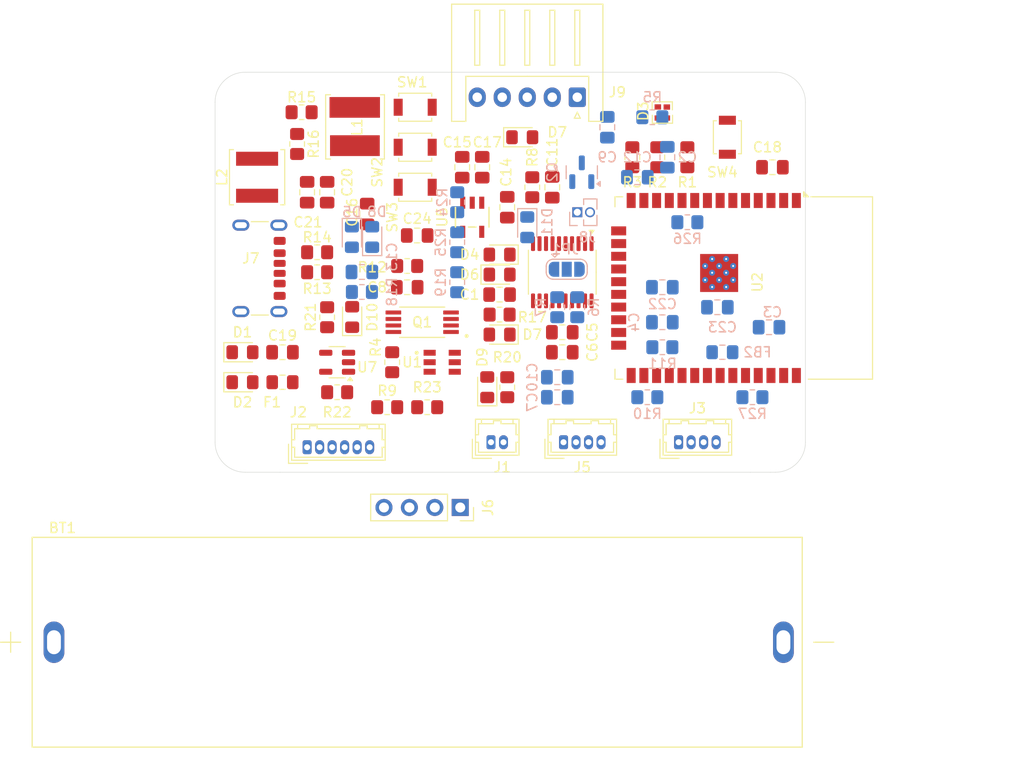
<source format=kicad_pcb>
(kicad_pcb (version 20240108) (generator "pcbnew") (generator_version "8.0")
  (layers (0 "F.Cu" signal) (31 "B.Cu" signal) (34 "B.Paste" user) (35 "F.Paste" user) (36 "B.SilkS" user "B.Silkscreen") (37 "F.SilkS" user "F.Silkscreen") (38 "B.Mask" user) (39 "F.Mask" user) (44 "Edge.Cuts" user))
  (net 0 "")
  (net 1 "Buzzer")
  (net 2 "Net-(D3-BK)")
  (net 3 "+3.3V")
  (net 4 "Net-(D3-RK)")
  (net 5 "Net-(D3-GK)")
  (net 6 "Net-(J7-CC2)")
  (net 7 "+5V")
  (net 8 "Net-(J3-Pin_3)")
  (net 12 "LED_Blue")
  (net 15 "LED_Green")
  (net 18 "LED_Red")
  (net 19 "Net-(U3-NRST)")
  (net 20 "Net-(JP1-A)")
  (net 22 "EN")
  (net 25 "SCL")
  (net 26 "Net-(J3-Pin_2)")
  (net 27 "SDA")
  (net 28 "Voltage")
  (net 29 "Bat Voltage")
  (net 30 "Current")
  (net 31 "Net-(JP1-C)")
  (net 32 "Net-(JP1-B)")
  (net 33 "TXN2")
  (net 35 "RXN2")
  (net 39 "TXN1")
  (net 42 "Net-(J7-CC1)")
  (net 46 "RXN1")
  (net 47 "Net-(J3-Pin_1)")
  (net 57 "Net-(C14-Pad2)")
  (net 58 "Net-(U1-CS)")
  (net 59 "Net-(Q1-Pad6)")
  (net 60 "Net-(D7-A)")
  (net 61 "Net-(D4-K)")
  (net 62 "Net-(D10-A)")
  (net 63 "Net-(U7-PROG)")
  (net 64 "Net-(D5-K)")
  (net 65 "Net-(D9-K)")
  (net 66 "Net-(D11A-A)")
  (net 67 "Net-(C22-Pad2)")
  (net 70 "Net-(Q2-G)")
  (net 71 "Net-(U2-IO0)")
  (net 72 "Net-(U1-VCC)")
  (net 73 "B-")
  (net 74 "Net-(U5-FB)")
  (net 75 "B+")
  (net 76 "Net-(D1A-K)")
  (net 77 "SWDCLK")
  (net 78 "SWDIO")
  (net 79 "Net-(U5-LX)")
  (net 81 "Net-(U1-OC)")
  (net 83 "Net-(U1-OD)")
  (net 84 "sw3")
  (net 85 "sw1")
  (net 86 "sw2")
  (net 87 "Net-(D7A-K)")
  (footprint "Resistor_SMD:R_0805_2012Metric_Pad1.20x1.40mm_HandSolder" (layer "F.Cu") (at 132.735 118.735)
    (property "Reference" "R17" (at 3.265 0.265 0) (layer "F.SilkS"))
    (property "Value" "100" (hide yes))
    (pad "1" smd roundrect (at -1 0) (size 1.2 1.4) (layers "F.Cu" "F.Paste" "F.Mask") (roundrect_rratio 0.208333) (net 87 "Net-(D7A-K)"))
    (pad "2" smd roundrect (at 1 0) (size 1.2 1.4) (layers "F.Cu" "F.Paste" "F.Mask") (roundrect_rratio 0.208333) (net 61 "Net-(D4-K)"))
  )
  (footprint "Resistor_SMD:R_0805_2012Metric_Pad1.20x1.40mm_HandSolder" (layer "F.Cu") (at 114.5 112.5 180)
    (property "Reference" "R14" (at 0 1.5 180) (layer "F.SilkS"))
    (property "Value" "10k" (hide yes))
    (pad "1" smd roundrect (at -1 0 180) (size 1.2 1.4) (layers "F.Cu" "F.Paste" "F.Mask") (roundrect_rratio 0.208333) (net 73 "B-"))
    (pad "2" smd roundrect (at 1 0 180) (size 1.2 1.4) (layers "F.Cu" "F.Paste" "F.Mask") (roundrect_rratio 0.208333) (net 42 "Net-(J7-CC1)"))
  )
  (footprint "RF_Module:ESP32-WROOM-32D" (layer "F.Cu") (at 154.145 116.075 -90)
    (property "Reference" "U2" (at -0.575 -4.355 90) (layer "F.SilkS"))
    (property "Value" "ESP32-WROOM-32D" (hide yes))
    (pad "1" smd rect (at -8.75 -8.25 270) (size 1.5 0.9) (layers "F.Cu" "F.Paste" "F.Mask") (net 73 "B-"))
    (pad "2" smd rect (at -8.75 -6.98 270) (size 1.5 0.9) (layers "F.Cu" "F.Paste" "F.Mask") (net 3 "+3.3V"))
    (pad "3" smd rect (at -8.75 -5.71 270) (size 1.5 0.9) (layers "F.Cu" "F.Paste" "F.Mask") (net 22 "EN"))
    (pad "4" smd rect (at -8.75 -4.44 270) (size 1.5 0.9) (layers "F.Cu" "F.Paste" "F.Mask"))
    (pad "5" smd rect (at -8.75 -3.17 270) (size 1.5 0.9) (layers "F.Cu" "F.Paste" "F.Mask"))
    (pad "6" smd rect (at -8.75 -1.9 270) (size 1.5 0.9) (layers "F.Cu" "F.Paste" "F.Mask") (net 84 "sw3"))
    (pad "7" smd rect (at -8.75 -0.63 270) (size 1.5 0.9) (layers "F.Cu" "F.Paste" "F.Mask"))
    (pad "8" smd rect (at -8.75 0.64 270) (size 1.5 0.9) (layers "F.Cu" "F.Paste" "F.Mask") (net 1 "Buzzer"))
    (pad "9" smd rect (at -8.75 1.91 270) (size 1.5 0.9) (layers "F.Cu" "F.Paste" "F.Mask") (net 86 "sw2"))
    (pad "10" smd rect (at -8.75 3.18 270) (size 1.5 0.9) (layers "F.Cu" "F.Paste" "F.Mask") (net 12 "LED_Blue"))
    (pad "11" smd rect (at -8.75 4.45 270) (size 1.5 0.9) (layers "F.Cu" "F.Paste" "F.Mask") (net 15 "LED_Green"))
    (pad "12" smd rect (at -8.75 5.72 270) (size 1.5 0.9) (layers "F.Cu" "F.Paste" "F.Mask") (net 18 "LED_Red"))
    (pad "13" smd rect (at -8.75 6.99 270) (size 1.5 0.9) (layers "F.Cu" "F.Paste" "F.Mask") (net 25 "SCL"))
    (pad "14" smd rect (at -8.75 8.26 270) (size 1.5 0.9) (layers "F.Cu" "F.Paste" "F.Mask") (net 27 "SDA"))
    (pad "15" smd rect (at -5.71 9.51) (size 1.5 0.9) (layers "F.Cu" "F.Paste" "F.Mask") (net 73 "B-"))
    (pad "16" smd rect (at -4.44 9.51) (size 1.5 0.9) (layers "F.Cu" "F.Paste" "F.Mask"))
    (pad "17" smd rect (at -3.17 9.51) (size 1.5 0.9) (layers "F.Cu" "F.Paste" "F.Mask"))
    (pad "18" smd rect (at -1.9 9.51) (size 1.5 0.9) (layers "F.Cu" "F.Paste" "F.Mask"))
    (pad "19" smd rect (at -0.63 9.51) (size 1.5 0.9) (layers "F.Cu" "F.Paste" "F.Mask"))
    (pad "20" smd rect (at 0.64 9.51) (size 1.5 0.9) (layers "F.Cu" "F.Paste" "F.Mask"))
    (pad "21" smd rect (at 1.91 9.51) (size 1.5 0.9) (layers "F.Cu" "F.Paste" "F.Mask"))
    (pad "22" smd rect (at 3.18 9.51) (size 1.5 0.9) (layers "F.Cu" "F.Paste" "F.Mask"))
    (pad "23" smd rect (at 4.45 9.51) (size 1.5 0.9) (layers "F.Cu" "F.Paste" "F.Mask"))
    (pad "24" smd rect (at 5.72 9.51) (size 1.5 0.9) (layers "F.Cu" "F.Paste" "F.Mask"))
    (pad "25" smd rect (at 8.75 8.26 270) (size 1.5 0.9) (layers "F.Cu" "F.Paste" "F.Mask") (net 71 "Net-(U2-IO0)"))
    (pad "26" smd rect (at 8.75 6.99 270) (size 1.5 0.9) (layers "F.Cu" "F.Paste" "F.Mask") (net 46 "RXN1"))
    (pad "27" smd rect (at 8.75 5.72 270) (size 1.5 0.9) (layers "F.Cu" "F.Paste" "F.Mask") (net 33 "TXN2"))
    (pad "28" smd rect (at 8.75 4.45 270) (size 1.5 0.9) (layers "F.Cu" "F.Paste" "F.Mask") (net 35 "RXN2"))
    (pad "29" smd rect (at 8.75 3.18 270) (size 1.5 0.9) (layers "F.Cu" "F.Paste" "F.Mask") (net 39 "TXN1"))
    (pad "30" smd rect (at 8.75 1.91 270) (size 1.5 0.9) (layers "F.Cu" "F.Paste" "F.Mask"))
    (pad "31" smd rect (at 8.75 0.64 270) (size 1.5 0.9) (layers "F.Cu" "F.Paste" "F.Mask"))
    (pad "32" smd rect (at 8.75 -0.63 270) (size 1.5 0.9) (layers "F.Cu" "F.Paste" "F.Mask"))
    (pad "33" smd rect (at 8.75 -1.9 270) (size 1.5 0.9) (layers "F.Cu" "F.Paste" "F.Mask"))
    (pad "34" smd rect (at 8.75 -3.17 270) (size 1.5 0.9) (layers "F.Cu" "F.Paste" "F.Mask"))
    (pad "35" smd rect (at 8.75 -4.44 270) (size 1.5 0.9) (layers "F.Cu" "F.Paste" "F.Mask"))
    (pad "36" smd rect (at 8.75 -5.71 270) (size 1.5 0.9) (layers "F.Cu" "F.Paste" "F.Mask"))
    (pad "37" smd rect (at 8.75 -6.98 270) (size 1.5 0.9) (layers "F.Cu" "F.Paste" "F.Mask") (net 85 "sw1"))
    (pad "38" smd rect (at 8.75 -8.25 270) (size 1.5 0.9) (layers "F.Cu" "F.Paste" "F.Mask") (net 73 "B-"))
    (pad "39" smd rect (at -2.9 -1.93 270) (size 0.9 0.9) (layers "F.Cu" "F.Paste") (net 73 "B-"))
    (pad "39" thru_hole circle (at -2.9 -1.23 270) (size 0.6 0.6) (drill 0.2) (property pad_prop_heatsink) (layers "*.Cu" "F.Mask") (net 73 "B-"))
    (pad "39" smd rect (at -2.9 -0.53 270) (size 0.9 0.9) (layers "F.Cu" "F.Paste") (net 73 "B-"))
    (pad "39" thru_hole circle (at -2.9 0.17 270) (size 0.6 0.6) (drill 0.2) (property pad_prop_heatsink) (layers "*.Cu" "F.Mask") (net 73 "B-"))
    (pad "39" smd rect (at -2.9 0.87 270) (size 0.9 0.9) (layers "F.Cu" "F.Paste") (net 73 "B-"))
    (pad "39" thru_hole circle (at -2.2 -1.93 270) (size 0.6 0.6) (drill 0.2) (property pad_prop_heatsink) (layers "*.Cu" "F.Mask") (net 73 "B-"))
    (pad "39" thru_hole circle (at -2.2 -0.53 270) (size 0.6 0.6) (drill 0.2) (property pad_prop_heatsink) (layers "*.Cu" "F.Mask") (net 73 "B-"))
    (pad "39" thru_hole circle (at -2.2 0.87 270) (size 0.6 0.6) (drill 0.2) (property pad_prop_heatsink) (layers "*.Cu" "F.Mask") (net 73 "B-"))
    (pad "39" thru_hole circle (at -1.525 -1.23 270) (size 0.6 0.6) (drill 0.2) (property pad_prop_heatsink) (layers "*.Cu" "F.Mask") (net 73 "B-"))
    (pad "39" thru_hole circle (at -1.525 0.17 270) (size 0.6 0.6) (drill 0.2) (property pad_prop_heatsink) (layers "*.Cu" "F.Mask") (net 73 "B-"))
    (pad "39" smd rect (at -1.5 -1.93 270) (size 0.9 0.9) (layers "F.Cu" "F.Paste") (net 73 "B-"))
    (pad "39" smd rect (at -1.5 -0.53 270) (size 0.9 0.9) (layers "F.Cu" "F.Paste") (net 73 "B-"))
    (pad "39" smd rect (at -1.5 -0.53 270) (size 3.8 3.8) (layers "F.Cu" "F.Mask") (net 73 "B-"))
    (pad "39" smd rect (at -1.5 0.87 270) (size 0.9 0.9) (layers "F.Cu" "F.Paste") (net 73 "B-"))
    (pad "39" thru_hole circle (at -0.8 -1.93 270) (size 0.6 0.6) (drill 0.2) (property pad_prop_heatsink) (layers "*.Cu" "F.Mask") (net 73 "B-"))
    (pad "39" thru_hole circle (at -0.8 -0.53 270) (size 0.6 0.6) (drill 0.2) (property pad_prop_heatsink) (layers "*.Cu" "F.Mask") (net 73 "B-"))
    (pad "39" thru_hole circle (at -0.8 0.87 270) (size 0.6 0.6) (drill 0.2) (property pad_prop_heatsink) (layers "*.Cu" "F.Mask") (net 73 "B-"))
    (pad "39" smd rect (at -0.1 -1.93 270) (size 0.9 0.9) (layers "F.Cu" "F.Paste") (net 73 "B-"))
    (pad "39" thru_hole circle (at -0.1 -1.23 270) (size 0.6 0.6) (drill 0.2) (property pad_prop_heatsink) (layers "*.Cu" "F.Mask") (net 73 "B-"))
    (pad "39" smd rect (at -0.1 -0.53 270) (size 0.9 0.9) (layers "F.Cu" "F.Paste") (net 73 "B-"))
    (pad "39" thru_hole circle (at -0.1 0.17 270) (size 0.6 0.6) (drill 0.2) (property pad_prop_heatsink) (layers "*.Cu" "F.Mask") (net 73 "B-"))
    (pad "39" smd rect (at -0.1 0.87 270) (size 0.9 0.9) (layers "F.Cu" "F.Paste") (net 73 "B-"))
  )
  (footprint "Resistor_SMD:R_0805_2012Metric_Pad1.20x1.40mm_HandSolder" (layer "F.Cu") (at 112.95 98.5 180)
    (property "Reference" "R15" (at 0 1.5 180) (layer "F.SilkS"))
    (property "Value" "200k" (hide yes))
    (pad "1" smd roundrect (at -1 0 180) (size 1.2 1.4) (layers "F.Cu" "F.Paste" "F.Mask") (roundrect_rratio 0.208333) (net 57 "Net-(C14-Pad2)"))
    (pad "2" smd roundrect (at 1 0 180) (size 1.2 1.4) (layers "F.Cu" "F.Paste" "F.Mask") (roundrect_rratio 0.208333) (net 74 "Net-(U5-FB)"))
  )
  (footprint "Resistor_SMD:R_0805_2012Metric_Pad1.20x1.40mm_HandSolder" (layer "F.Cu") (at 125.5 128 180)
    (property "Reference" "R23" (at 0 2 180) (layer "F.SilkS"))
    (property "Value" "10k" (hide yes))
    (pad "1" smd roundrect (at -1 0 180) (size 1.2 1.4) (layers "F.Cu" "F.Paste" "F.Mask") (roundrect_rratio 0.208333) (net 25 "SCL"))
    (pad "2" smd roundrect (at 1 0 180) (size 1.2 1.4) (layers "F.Cu" "F.Paste" "F.Mask") (roundrect_rratio 0.208333) (net 3 "+3.3V"))
  )
  (footprint "BK-18650-PC2:BAT_BK-18650-PC2" (layer "F.Cu") (at 124.5 151.5)
    (property "Reference" "BT1" (at -35.455 -11.43 0) (layer "F.SilkS"))
    (property "Value" "BK-18650-PC2")
    (pad "" np_thru_hole circle (at -27.805 0) (size 3.2 3.2) (drill 3.2) (layers "*.Cu" "*.Mask"))
    (pad "" np_thru_hole circle (at 27.81 0) (size 3.2 3.2) (drill 3.2) (layers "*.Cu" "*.Mask"))
    (pad "+" thru_hole oval (at -36.3 0) (size 2.07 4.14) (drill oval 1.38 2.4) (layers "*.Cu" "*.Mask") (net 75 "B+"))
    (pad "-" thru_hole oval (at 36.6 0) (size 2.07 4.14) (drill oval 1.38 2.4) (layers "*.Cu" "*.Mask") (net 73 "B-"))
  )
  (footprint "Capacitor_SMD:C_0805_2012Metric_Pad1.18x1.45mm_HandSolder" (layer "F.Cu") (at 139 120.5)
    (property "Reference" "C5" (at 3 0 90) (layer "F.SilkS"))
    (property "Value" "10n" (hide yes))
    (pad "1" smd roundrect (at -1.0375 0) (size 1.175 1.45) (layers "F.Cu" "F.Paste" "F.Mask") (roundrect_rratio 0.212766) (net 73 "B-"))
    (pad "2" smd roundrect (at 1.0375 0) (size 1.175 1.45) (layers "F.Cu" "F.Paste" "F.Mask") (roundrect_rratio 0.212766) (net 3 "+3.3V"))
  )
  (footprint "Resistor_SMD:R_0805_2012Metric_Pad1.20x1.40mm_HandSolder" (layer "F.Cu") (at 112.5 101.675 -90)
    (property "Reference" "R16" (at 0 -1.65 -90) (layer "F.SilkS"))
    (property "Value" "100k" (hide yes))
    (pad "1" smd roundrect (at -1 0 270) (size 1.2 1.4) (layers "F.Cu" "F.Paste" "F.Mask") (roundrect_rratio 0.208333) (net 74 "Net-(U5-FB)"))
    (pad "2" smd roundrect (at 1 0 270) (size 1.2 1.4) (layers "F.Cu" "F.Paste" "F.Mask") (roundrect_rratio 0.208333) (net 73 "B-"))
  )
  (footprint "Inductor_SMD:L_Sunlord_SWPA5040S" (layer "F.Cu") (at 108.5 105 90)
    (property "Reference" "L2" (at 0 -3.5 90) (layer "F.SilkS"))
    (property "Value" "2.2uH" (hide yes))
    (pad "1" smd rect (at -1.85 0 90) (size 1.4 4.2) (layers "F.Cu" "F.Paste" "F.Mask") (net 57 "Net-(C14-Pad2)"))
    (pad "2" smd rect (at 1.85 0 90) (size 1.4 4.2) (layers "F.Cu" "F.Paste" "F.Mask") (net 3 "+3.3V"))
  )
  (footprint "Diode_SMD:D_0805_2012Metric_Pad1.15x1.40mm_HandSolder" (layer "F.Cu") (at 132.735 120.735 180)
    (property "Reference" "D7" (at -3.265 0 0) (layer "F.SilkS"))
    (property "Value" "D_Schottky_Dual_CommonAnode_AKK_Split" (hide yes))
    (pad "1" smd roundrect (at -1.025 0 180) (size 1.15 1.4) (layers "F.Cu" "F.Paste" "F.Mask") (roundrect_rratio 0.217391) (net 28 "Voltage"))
    (pad "2" smd roundrect (at 1.025 0 180) (size 1.15 1.4) (layers "F.Cu" "F.Paste" "F.Mask") (roundrect_rratio 0.217391) (net 87 "Net-(D7A-K)"))
  )
  (footprint "Resistor_SMD:R_0805_2012Metric_Pad1.20x1.40mm_HandSolder" (layer "F.Cu") (at 148.5 103 90)
    (property "Reference" "R2" (at -2.5 0 180) (layer "F.SilkS"))
    (property "Value" "150" (hide yes))
    (pad "1" smd roundrect (at -1 0 90) (size 1.2 1.4) (layers "F.Cu" "F.Paste" "F.Mask") (roundrect_rratio 0.208333) (net 15 "LED_Green"))
    (pad "2" smd roundrect (at 1 0 90) (size 1.2 1.4) (layers "F.Cu" "F.Paste" "F.Mask") (roundrect_rratio 0.208333) (net 5 "Net-(D3-GK)"))
  )
  (footprint "Capacitor_SMD:C_0805_2012Metric_Pad1.18x1.45mm_HandSolder" (layer "F.Cu") (at 115.5 106.5 -90)
    (property "Reference" "C20" (at -1 -2 90) (layer "F.SilkS"))
    (property "Value" "0.1u" (hide yes))
    (pad "1" smd roundrect (at -1.0375 0 270) (size 1.175 1.45) (layers "F.Cu" "F.Paste" "F.Mask") (roundrect_rratio 0.212766) (net 57 "Net-(C14-Pad2)"))
    (pad "2" smd roundrect (at 1.0375 0 270) (size 1.175 1.45) (layers "F.Cu" "F.Paste" "F.Mask") (roundrect_rratio 0.212766) (net 73 "B-"))
  )
  (footprint "Package_TO_SOT_SMD:TSOT-23-5" (layer "F.Cu") (at 116.5 123.5 180)
    (property "Reference" "U7" (at -3 -0.5 0) (layer "F.SilkS"))
    (property "Value" "LTC4054ES5-4.2" (hide yes))
    (pad "1" smd roundrect (at -1.1375 -0.95 180) (size 1.325 0.6) (layers "F.Cu" "F.Paste" "F.Mask") (net 73 "B-"))
    (pad "2" smd roundrect (at -1.1375 0 180) (size 1.325 0.6) (layers "F.Cu" "F.Paste" "F.Mask") (net 73 "B-"))
    (pad "3" smd roundrect (at -1.1375 0.95 180) (size 1.325 0.6) (layers "F.Cu" "F.Paste" "F.Mask") (net 75 "B+"))
    (pad "4" smd roundrect (at 1.1375 0.95 180) (size 1.325 0.6) (layers "F.Cu" "F.Paste" "F.Mask") (net 7 "+5V"))
    (pad "5" smd roundrect (at 1.1375 -0.95 180) (size 1.325 0.6) (layers "F.Cu" "F.Paste" "F.Mask") (net 63 "Net-(U7-PROG)"))
  )
  (footprint "Capacitor_SMD:C_0805_2012Metric_Pad1.18x1.45mm_HandSolder" (layer "F.Cu") (at 131 104 90)
    (property "Reference" "C17" (at 2.5 0.5 180) (layer "F.SilkS"))
    (property "Value" "22uF" (hide yes))
    (pad "1" smd roundrect (at -1.0375 0 90) (size 1.175 1.45) (layers "F.Cu" "F.Paste" "F.Mask") (roundrect_rratio 0.212766) (net 73 "B-"))
    (pad "2" smd roundrect (at 1.0375 0 90) (size 1.175 1.45) (layers "F.Cu" "F.Paste" "F.Mask") (roundrect_rratio 0.212766) (net 57 "Net-(C14-Pad2)"))
  )
  (footprint "Resistor_SMD:R_0805_2012Metric_Pad1.20x1.40mm_HandSolder" (layer "F.Cu") (at 114.5 114.5 180)
    (property "Reference" "R13" (at 0 -1.65 180) (layer "F.SilkS"))
    (property "Value" "10k" (hide yes))
    (pad "1" smd roundrect (at -1 0 180) (size 1.2 1.4) (layers "F.Cu" "F.Paste" "F.Mask") (roundrect_rratio 0.208333) (net 73 "B-"))
    (pad "2" smd roundrect (at 1 0 180) (size 1.2 1.4) (layers "F.Cu" "F.Paste" "F.Mask") (roundrect_rratio 0.208333) (net 6 "Net-(J7-CC2)"))
  )
  (footprint "Diode_SMD:D_0805_2012Metric_Pad1.15x1.40mm_HandSolder" (layer "F.Cu") (at 107.0375 122.5)
    (property "Reference" "D1" (at 0 -2 0) (layer "F.SilkS"))
    (property "Value" "D_Schottky_Dual_CommonAnode_AKK_Split" (hide yes))
    (pad "1" smd roundrect (at -1.025 0) (size 1.15 1.4) (layers "F.Cu" "F.Paste" "F.Mask") (roundrect_rratio 0.217391) (net 7 "+5V"))
    (pad "2" smd roundrect (at 1.025 0) (size 1.15 1.4) (layers "F.Cu" "F.Paste" "F.Mask") (roundrect_rratio 0.217391) (net 76 "Net-(D1A-K)"))
  )
  (footprint "Capacitor_SMD:C_0805_2012Metric_Pad1.18x1.45mm_HandSolder" (layer "F.Cu") (at 111.0375 122.5)
    (property "Reference" "C19" (at 0 -1.68 0) (layer "F.SilkS"))
    (property "Value" "2.2u" (hide yes))
    (pad "1" smd roundrect (at -1.0375 0) (size 1.175 1.45) (layers "F.Cu" "F.Paste" "F.Mask") (roundrect_rratio 0.212766) (net 73 "B-"))
    (pad "2" smd roundrect (at 1.0375 0) (size 1.175 1.45) (layers "F.Cu" "F.Paste" "F.Mask") (roundrect_rratio 0.212766) (net 7 "+5V"))
  )
  (footprint "Capacitor_SMD:C_0805_2012Metric_Pad1.18x1.45mm_HandSolder" (layer "F.Cu") (at 113.5 106.5 -90)
    (property "Reference" "C21" (at 3 -0.0875 180) (layer "F.SilkS"))
    (property "Value" "10u" (hide yes))
    (pad "1" smd roundrect (at -1.0375 0 270) (size 1.175 1.45) (layers "F.Cu" "F.Paste" "F.Mask") (roundrect_rratio 0.212766) (net 3 "+3.3V"))
    (pad "2" smd roundrect (at 1.0375 0 270) (size 1.175 1.45) (layers "F.Cu" "F.Paste" "F.Mask") (roundrect_rratio 0.212766) (net 73 "B-"))
  )
  (footprint "Connector_JST:JST_XH_S5B-XH-A_1x05_P2.50mm_Horizontal" (layer "F.Cu") (at 140.5 97 180)
    (property "Reference" "J9" (at -4 0.5 180) (layer "F.SilkS"))
    (property "Value" "Conn_01x05" (hide yes))
    (pad "1" thru_hole roundrect (at 0 0 180) (size 1.7 1.95) (drill 0.95) (layers "*.Cu" "*.Mask") (roundrect_rratio 0.147059) (net 61 "Net-(D4-K)"))
    (pad "2" thru_hole oval (at 2.5 0 180) (size 1.7 1.95) (drill 0.95) (layers "*.Cu" "*.Mask") (net 73 "B-"))
    (pad "3" thru_hole oval (at 5 0 180) (size 1.7 1.95) (drill 0.95) (layers "*.Cu" "*.Mask") (net 73 "B-"))
    (pad "4" thru_hole oval (at 7.5 0 180) (size 1.7 1.95) (drill 0.95) (layers "*.Cu" "*.Mask") (net 64 "Net-(D5-K)"))
    (pad "5" thru_hole oval (at 10 0 180) (size 1.7 1.95) (drill 0.95) (layers "*.Cu" "*.Mask") (net 3 "+3.3V"))
  )
  (footprint "Button_Switch_SMD:SW_SPST_B3U-1000P" (layer "F.Cu") (at 124.3 98)
    (property "Reference" "SW1" (at -0.3 -2.5 180) (layer "F.SilkS"))
    (property "Value" "SW_Push" (hide yes))
    (pad "1" smd rect (at -1.7 0) (size 0.9 1.7) (layers "F.Cu" "F.Paste" "F.Mask") (net 85 "sw1"))
    (pad "2" smd rect (at 1.7 0) (size 0.9 1.7) (layers "F.Cu" "F.Paste" "F.Mask") (net 73 "B-"))
  )
  (footprint "Resistor_SMD:R_0805_2012Metric_Pad1.20x1.40mm_HandSolder" (layer "F.Cu") (at 123.5 113.875 180)
    (property "Reference" "R12" (at 3.5 -0.125 180) (layer "F.SilkS"))
    (property "Value" "100" (hide yes))
    (pad "1" smd roundrect (at -1 0 180) (size 1.2 1.4) (layers "F.Cu" "F.Paste" "F.Mask") (roundrect_rratio 0.208333) (net 72 "Net-(U1-VCC)"))
    (pad "2" smd roundrect (at 1 0 180) (size 1.2 1.4) (layers "F.Cu" "F.Paste" "F.Mask") (roundrect_rratio 0.208333) (net 75 "B+"))
  )
  (footprint "Resistor_SMD:R_0805_2012Metric_Pad1.20x1.40mm_HandSolder" (layer "F.Cu") (at 122 123.5 90)
    (property "Reference" "R4" (at 1.5 -1.65 90) (layer "F.SilkS"))
    (property "Value" "1k" (hide yes))
    (pad "1" smd roundrect (at -1 0 90) (size 1.2 1.4) (layers "F.Cu" "F.Paste" "F.Mask") (roundrect_rratio 0.208333) (net 58 "Net-(U1-CS)"))
    (pad "2" smd roundrect (at 1 0 90) (size 1.2 1.4) (layers "F.Cu" "F.Paste" "F.Mask") (roundrect_rratio 0.208333) (net 59 "Net-(Q1-Pad6)"))
  )
  (footprint "Capacitor_SMD:C_0805_2012Metric_Pad1.18x1.45mm_HandSolder" (layer "F.Cu") (at 123.5 116 180)
    (property "Reference" "C8" (at 3 0 180) (layer "F.SilkS"))
    (property "Value" "0.1u" (hide yes))
    (pad "1" smd roundrect (at -1.0375 0 180) (size 1.175 1.45) (layers "F.Cu" "F.Paste" "F.Mask") (roundrect_rratio 0.212766) (net 72 "Net-(U1-VCC)"))
    (pad "2" smd roundrect (at 1.0375 0 180) (size 1.175 1.45) (layers "F.Cu" "F.Paste" "F.Mask") (roundrect_rratio 0.212766) (net 73 "B-"))
  )
  (footprint "Diode_SMD:D_0805_2012Metric_Pad1.15x1.40mm_HandSolder" (layer "F.Cu") (at 132.735 114.735)
    (property "Reference" "D6" (at -3 0 0) (layer "F.SilkS"))
    (property "Value" "D_TVS" (hide yes))
    (pad "1" smd roundrect (at -1.025 0) (size 1.15 1.4) (layers "F.Cu" "F.Paste" "F.Mask") (roundrect_rratio 0.217391) (net 73 "B-"))
    (pad "2" smd roundrect (at 1.025 0) (size 1.15 1.4) (layers "F.Cu" "F.Paste" "F.Mask") (roundrect_rratio 0.217391) (net 61 "Net-(D4-K)"))
  )
  (footprint "Diode_SMD:D_0805_2012Metric_Pad1.15x1.40mm_HandSolder" (layer "F.Cu") (at 135 101)
    (property "Reference" "D7" (at 3.5 -0.5 0) (layer "F.SilkS"))
    (property "Value" "1N4148" (hide yes))
    (pad "1" smd roundrect (at -1.025 0) (size 1.15 1.4) (layers "F.Cu" "F.Paste" "F.Mask") (roundrect_rratio 0.217391) (net 3 "+3.3V"))
    (pad "2" smd roundrect (at 1.025 0) (size 1.15 1.4) (layers "F.Cu" "F.Paste" "F.Mask") (roundrect_rratio 0.217391) (net 60 "Net-(D7-A)"))
  )
  (footprint "Connector_Hirose:Hirose_DF13-06P-1.25DSA_1x06_P1.25mm_Vertical" (layer "F.Cu") (at 113.5 132)
    (property "Reference" "J2" (at -0.875 -3.5 0) (layer "F.SilkS"))
    (property "Value" "Conn_01x06" (hide yes))
    (pad "1" thru_hole roundrect (at 0 0) (size 0.9 1.4) (drill 0.6) (layers "*.Cu" "*.Mask"))
    (pad "2" thru_hole oval (at 1.25 0) (size 0.9 1.4) (drill 0.6) (layers "*.Cu" "*.Mask"))
    (pad "3" thru_hole oval (at 2.5 0) (size 0.9 1.4) (drill 0.6) (layers "*.Cu" "*.Mask"))
    (pad "4" thru_hole oval (at 3.75 0) (size 0.9 1.4) (drill 0.6) (layers "*.Cu" "*.Mask"))
    (pad "5" thru_hole oval (at 5 0) (size 0.9 1.4) (drill 0.6) (layers "*.Cu" "*.Mask"))
    (pad "6" thru_hole oval (at 6.25 0) (size 0.9 1.4) (drill 0.6) (layers "*.Cu" "*.Mask"))
  )
  (footprint "Connector_Hirose:Hirose_DF13-04P-1.25DSA_1x04_P1.25mm_Vertical" (layer "F.Cu") (at 150.625 131.5)
    (property "Reference" "J3" (at 1.88 -3.4 0) (layer "F.SilkS"))
    (property "Value" "Conn_01x04" (hide yes))
    (pad "1" thru_hole roundrect (at 0 0) (size 0.9 1.4) (drill 0.6) (layers "*.Cu" "*.Mask") (net 47 "Net-(J3-Pin_1)"))
    (pad "2" thru_hole oval (at 1.25 0) (size 0.9 1.4) (drill 0.6) (layers "*.Cu" "*.Mask") (net 26 "Net-(J3-Pin_2)"))
    (pad "3" thru_hole oval (at 2.5 0) (size 0.9 1.4) (drill 0.6) (layers "*.Cu" "*.Mask") (net 8 "Net-(J3-Pin_3)"))
    (pad "4" thru_hole oval (at 3.75 0) (size 0.9 1.4) (drill 0.6) (layers "*.Cu" "*.Mask") (net 73 "B-"))
  )
  (footprint "MountingHole:MountingHole_2.2mm_M2" (layer "F.Cu") (at 160.3 131.5)
    (property "Reference" "H4" (hide yes))
    (property "Value" "MountingHole" (hide yes))
    (pad "" np_thru_hole circle (at 0 0) (size 2.2 2.2) (drill 2.2) (layers "*.Cu" "*.Mask"))
  )
  (footprint "MountingHole:MountingHole_2.2mm_M2" (layer "F.Cu") (at 107.3 131.5)
    (property "Reference" "H3" (hide yes))
    (property "Value" "MountingHole" (hide yes))
    (pad "" np_thru_hole circle (at 0 0) (size 2.2 2.2) (drill 2.2) (layers "*.Cu" "*.Mask"))
  )
  (footprint "LED_SMD:LED_0805_2012Metric_Pad1.15x1.40mm_HandSolder" (layer "F.Cu") (at 118 118.975 90)
    (property "Reference" "D10" (at -0.025 2 90) (layer "F.SilkS"))
    (property "Value" "Red" (hide yes))
    (pad "1" smd roundrect (at -1.025 0 90) (size 1.15 1.4) (layers "F.Cu" "F.Paste" "F.Mask") (roundrect_rratio 0.217391) (net 73 "B-"))
    (pad "2" smd roundrect (at 1.025 0 90) (size 1.15 1.4) (layers "F.Cu" "F.Paste" "F.Mask") (roundrect_rratio 0.217391) (net 62 "Net-(D10-A)"))
  )
  (footprint "Button_Switch_SMD:SW_SPST_B3U-1000P" (layer "F.Cu") (at 124.3 102)
    (property "Reference" "SW2" (at -3.8 2.5 90) (layer "F.SilkS"))
    (property "Value" "SW_Push" (hide yes))
    (pad "1" smd rect (at -1.7 0) (size 0.9 1.7) (layers "F.Cu" "F.Paste" "F.Mask") (net 86 "sw2"))
    (pad "2" smd rect (at 1.7 0) (size 0.9 1.7) (layers "F.Cu" "F.Paste" "F.Mask") (net 73 "B-"))
  )
  (footprint "Capacitor_SMD:C_0805_2012Metric_Pad1.18x1.45mm_HandSolder" (layer "F.Cu") (at 124.5 110.825)
    (property "Reference" "C24" (at 0 -1.68 0) (layer "F.SilkS"))
    (property "Value" "10u" (hide yes))
    (pad "1" smd roundrect (at -1.0375 0) (size 1.175 1.45) (layers "F.Cu" "F.Paste" "F.Mask") (roundrect_rratio 0.212766) (net 73 "B-"))
    (pad "2" smd roundrect (at 1.0375 0) (size 1.175 1.45) (layers "F.Cu" "F.Paste" "F.Mask") (roundrect_rratio 0.212766) (net 75 "B+"))
  )
  (footprint "Resistor_SMD:R_0805_2012Metric_Pad1.20x1.40mm_HandSolder" (layer "F.Cu") (at 116.5 126.5)
    (property "Reference" "R22" (at 0 2 0) (layer "F.SilkS"))
    (property "Value" "2.2k" (hide yes))
    (pad "1" smd roundrect (at -1 0) (size 1.2 1.4) (layers "F.Cu" "F.Paste" "F.Mask") (roundrect_rratio 0.208333) (net 63 "Net-(U7-PROG)"))
    (pad "2" smd roundrect (at 1 0) (size 1.2 1.4) (layers "F.Cu" "F.Paste" "F.Mask") (roundrect_rratio 0.208333) (net 73 "B-"))
  )
  (footprint "Inductor_SMD:L_Sunlord_SWPA5040S" (layer "F.Cu") (at 118.5 100 90)
    (property "Reference" "L1" (at 0 0 90) (layer "F.SilkS"))
    (property "Value" "2.2uH" (hide yes))
    (pad "1" smd rect (at -1.84 -0.225 90) (size 2.08 4.97) (layers "F.Cu" "F.Paste" "F.Mask") (net 79 "Net-(U5-LX)"))
    (pad "2" smd rect (at 1.985 -0.24 90) (size 2.07 5.04) (layers "F.Cu" "F.Paste" "F.Mask") (net 57 "Net-(C14-Pad2)"))
  )
  (footprint "Resistor_SMD:R_0805_2012Metric_Pad1.20x1.40mm_HandSolder" (layer "F.Cu") (at 115.5 119 90)
    (property "Reference" "R21" (at 0 -1.65 90) (layer "F.SilkS"))
    (property "Value" "330" (hide yes))
    (pad "1" smd roundrect (at -1 0 90) (size 1.2 1.4) (layers "F.Cu" "F.Paste" "F.Mask") (roundrect_rratio 0.208333) (net 7 "+5V"))
    (pad "2" smd roundrect (at 1 0 90) (size 1.2 1.4) (layers "F.Cu" "F.Paste" "F.Mask") (roundrect_rratio 0.208333) (net 62 "Net-(D10-A)"))
  )
  (footprint "Package_SO:TSSOP-20_4.4x6.5mm_P0.65mm" (layer "F.Cu") (at 139 114.5 -90)
    (property "Reference" "U3" (hide yes))
    (property "Value" "STM32F030F4Px" (hide yes))
    (pad "1" smd roundrect (at -2.8625 -2.925 270) (size 1.475 0.4) (layers "F.Cu" "F.Paste" "F.Mask") (net 31 "Net-(JP1-C)"))
    (pad "2" smd roundrect (at -2.8625 -2.275 270) (size 1.475 0.4) (layers "F.Cu" "F.Paste" "F.Mask"))
    (pad "3" smd roundrect (at -2.8625 -1.625 270) (size 1.475 0.4) (layers "F.Cu" "F.Paste" "F.Mask"))
    (pad "4" smd roundrect (at -2.8625 -0.975 270) (size 1.475 0.4) (layers "F.Cu" "F.Paste" "F.Mask") (net 19 "Net-(U3-NRST)"))
    (pad "5" smd roundrect (at -2.8625 -0.325 270) (size 1.475 0.4) (layers "F.Cu" "F.Paste" "F.Mask") (net 3 "+3.3V"))
    (pad "6" smd roundrect (at -2.8625 0.325 270) (size 1.475 0.4) (layers "F.Cu" "F.Paste" "F.Mask"))
    (pad "7" smd roundrect (at -2.8625 0.975 270) (size 1.475 0.4) (layers "F.Cu" "F.Paste" "F.Mask"))
    (pad "8" smd roundrect (at -2.8625 1.625 270) (size 1.475 0.4) (layers "F.Cu" "F.Paste" "F.Mask"))
    (pad "9" smd roundrect (at -2.8625 2.275 270) (size 1.475 0.4) (layers "F.Cu" "F.Paste" "F.Mask"))
    (pad "10" smd roundrect (at -2.8625 2.925 270) (size 1.475 0.4) (layers "F.Cu" "F.Paste" "F.Mask") (net 29 "Bat Voltage"))
    (pad "11" smd roundrect (at 2.8625 2.925 270) (size 1.475 0.4) (layers "F.Cu" "F.Paste" "F.Mask") (net 28 "Voltage"))
    (pad "12" smd roundrect (at 2.8625 2.275 270) (size 1.475 0.4) (layers "F.Cu" "F.Paste" "F.Mask") (net 30 "Current"))
    (pad "13" smd roundrect (at 2.8625 1.625 270) (size 1.475 0.4) (layers "F.Cu" "F.Paste" "F.Mask"))
    (pad "14" smd roundrect (at 2.8625 0.975 270) (size 1.475 0.4) (layers "F.Cu" "F.Paste" "F.Mask"))
    (pad "15" smd roundrect (at 2.8625 0.325 270) (size 1.475 0.4) (layers "F.Cu" "F.Paste" "F.Mask") (net 73 "B-"))
    (pad "16" smd roundrect (at 2.8625 -0.325 270) (size 1.475 0.4) (layers "F.Cu" "F.Paste" "F.Mask") (net 3 "+3.3V"))
    (pad "17" smd roundrect (at 2.8625 -0.975 270) (size 1.475 0.4) (layers "F.Cu" "F.Paste" "F.Mask") (net 39 "TXN1"))
    (pad "18" smd roundrect (at 2.8625 -1.625 270) (size 1.475 0.4) (layers "F.Cu" "F.Paste" "F.Mask") (net 46 "RXN1"))
    (pad "19" smd roundrect (at 2.8625 -2.275 270) (size 1.475 0.4) (layers "F.Cu" "F.Paste" "F.Mask") (net 78 "SWDIO"))
    (pad "20" smd roundrect (at 2.8625 -2.925 270) (size 1.475 0.4) (layers "F.Cu" "F.Paste" "F.Mask") (net 77 "SWDCLK"))
  )
  (footprint "FS8205A:SOP65P640X120-8N" (layer "F.Cu") (at 125 119.5 180)
    (property "Reference" "Q1" (at 0 0 0) (layer "F.SilkS"))
    (property "Value" "FS8205A" (hide yes))
    (pad "1" smd roundrect (at -2.88 -0.975 180) (size 1.56 0.4) (layers "F.Cu" "F.Paste" "F.Mask") (roundrect_rratio 0.125))
    (pad "2" smd roundrect (at -2.88 -0.325 180) (size 1.56 0.4) (layers "F.Cu" "F.Paste" "F.Mask") (roundrect_rratio 0.125) (net 73 "B-"))
    (pad "3" smd roundrect (at -2.88 0.325 180) (size 1.56 0.4) (layers "F.Cu" "F.Paste" "F.Mask") (roundrect_rratio 0.125) (net 73 "B-"))
    (pad "4" smd roundrect (at -2.88 0.975 180) (size 1.56 0.4) (layers "F.Cu" "F.Paste" "F.Mask") (roundrect_rratio 0.125) (net 83 "Net-(U1-OD)"))
    (pad "5" smd roundrect (at 2.88 0.975 180) (size 1.56 0.4) (layers "F.Cu" "F.Paste" "F.Mask") (roundrect_rratio 0.125) (net 81 "Net-(U1-OC)"))
    (pad "6" smd roundrect (at 2.88 0.325 180) (size 1.56 0.4) (layers "F.Cu" "F.Paste" "F.Mask") (roundrect_rratio 0.125) (net 59 "Net-(Q1-Pad6)"))
    (pad "7" smd roundrect (at 2.88 -0.325 180) (size 1.56 0.4) (layers "F.Cu" "F.Paste" "F.Mask") (roundrect_rratio 0.125) (net 59 "Net-(Q1-Pad6)"))
    (pad "8" smd roundrect (at 2.88 -0.975 180) (size 1.56 0.4) (layers "F.Cu" "F.Paste" "F.Mask") (roundrect_rratio 0.125))
  )
  (footprint "Capacitor_SMD:C_0805_2012Metric_Pad1.18x1.45mm_HandSolder" (layer "F.Cu") (at 139 122.5)
    (property "Reference" "C6" (at 3 0 90) (layer "F.SilkS"))
    (property "Value" "1u" (hide yes))
    (pad "1" smd roundrect (at -1.0375 0) (size 1.175 1.45) (layers "F.Cu" "F.Paste" "F.Mask") (roundrect_rratio 0.212766) (net 73 "B-"))
    (pad "2" smd roundrect (at 1.0375 0) (size 1.175 1.45) (layers "F.Cu" "F.Paste" "F.Mask") (roundrect_rratio 0.212766) (net 3 "+3.3V"))
  )
  (footprint "Resistor_SMD:R_0805_2012Metric_Pad1.20x1.40mm_HandSolder" (layer "F.Cu") (at 146 103 90)
    (property "Reference" "R3" (at -2.5 0 180) (layer "F.SilkS"))
    (property "Value" "220" (hide yes))
    (pad "1" smd roundrect (at -1 0 90) (size 1.2 1.4) (layers "F.Cu" "F.Paste" "F.Mask") (roundrect_rratio 0.208333) (net 18 "LED_Red"))
    (pad "2" smd roundrect (at 1 0 90) (size 1.2 1.4) (layers "F.Cu" "F.Paste" "F.Mask") (roundrect_rratio 0.208333) (net 4 "Net-(D3-RK)"))
  )
  (footprint "Capacitor_SMD:C_0805_2012Metric_Pad1.18x1.45mm_HandSolder" (layer "F.Cu") (at 160 104 180)
    (property "Reference" "C18" (at 0.5 2 180) (layer "F.SilkS"))
    (property "Value" "1u" (hide yes))
    (pad "1" smd roundrect (at -1.0375 0 180) (size 1.175 1.45) (layers "F.Cu" "F.Paste" "F.Mask") (roundrect_rratio 0.212766) (net 3 "+3.3V"))
    (pad "2" smd roundrect (at 1.0375 0 180) (size 1.175 1.45) (layers "F.Cu" "F.Paste" "F.Mask") (roundrect_rratio 0.212766) (net 73 "B-"))
  )
  (footprint "Capacitor_SMD:C_0805_2012Metric_Pad1.18x1.45mm_HandSolder" (layer "F.Cu") (at 129 104 90)
    (property "Reference" "C15" (at 2.5 -0.5 180) (layer "F.SilkS"))
    (property "Value" "22uF" (hide yes))
    (pad "1" smd roundrect (at -1.0375 0 90) (size 1.175 1.45) (layers "F.Cu" "F.Paste" "F.Mask") (roundrect_rratio 0.212766) (net 73 "B-"))
    (pad "2" smd roundrect (at 1.0375 0 90) (size 1.175 1.45) (layers "F.Cu" "F.Paste" "F.Mask") (roundrect_rratio 0.212766) (net 57 "Net-(C14-Pad2)"))
  )
  (footprint "Diode_SMD:D_0805_2012Metric_Pad1.15x1.40mm_HandSolder" (layer "F.Cu") (at 132.735 112.735 180)
    (property "Reference" "D4" (at 3 0 0) (layer "F.SilkS"))
    (property "Value" "BZT52Bxx" (hide yes))
    (pad "1" smd roundrect (at -1.025 0 180) (size 1.15 1.4) (layers "F.Cu" "F.Paste" "F.Mask") (roundrect_rratio 0.217391) (net 61 "Net-(D4-K)"))
    (pad "2" smd roundrect (at 1.025 0 180) (size 1.15 1.4) (layers "F.Cu" "F.Paste" "F.Mask") (roundrect_rratio 0.217391) (net 73 "B-"))
  )
  (footprint "Connector_PinSocket_2.54mm:PinSocket_1x04_P2.54mm_Vertical" (layer "F.Cu") (at 128.8 138.025 -90)
    (property "Reference" "J6" (at 0 -2.77 90) (layer "F.SilkS"))
    (property "Value" "Conn_01x04_Pin" (hide yes))
    (pad "1" thru_hole rect (at 0 0 270) (size 1.7 1.7) (drill 1) (layers "*.Cu" "*.Mask") (net 3 "+3.3V"))
    (pad "2" thru_hole oval (at 0 2.54 270) (size 1.7 1.7) (drill 1) (layers "*.Cu" "*.Mask") (net 25 "SCL"))
    (pad "3" thru_hole oval (at 0 5.08 270) (size 1.7 1.7) (drill 1) (layers "*.Cu" "*.Mask") (net 27 "SDA"))
    (pad "4" thru_hole oval (at 0 7.62 270) (size 1.7 1.7) (drill 1) (layers "*.Cu" "*.Mask") (net 73 "B-"))
  )
  (footprint "Resistor_SMD:R_0805_2012Metric_Pad1.20x1.40mm_HandSolder" (layer "F.Cu") (at 133.5 126 90)
    (property "Reference" "R20" (at 3 0 180) (layer "F.SilkS"))
    (property "Value" "100" (hide yes))
    (pad "1" smd roundrect (at -1 0 90) (size 1.2 1.4) (layers "F.Cu" "F.Paste" "F.Mask") (roundrect_rratio 0.208333) (net 65 "Net-(D9-K)"))
    (pad "2" smd roundrect (at 1 0 90) (size 1.2 1.4) (layers "F.Cu" "F.Paste" "F.Mask") (roundrect_rratio 0.208333) (net 29 "Bat Voltage"))
  )
  (footprint "Fuse:Fuse_0805_2012Metric_Pad1.15x1.40mm_HandSolder" (layer "F.Cu") (at 111.0375 125.5)
    (property "Reference" "F1" (at -1.0375 2 0) (layer "F.SilkS"))
    (property "Value" "Fuse" (hide yes))
    (pad "1" smd roundrect (at -1.025 0) (size 1.15 1.4) (layers "F.Cu" "F.Paste" "F.Mask") (roundrect_rratio 0.217391) (net 76 "Net-(D1A-K)"))
    (pad "2" smd roundrect (at 1.025 0) (size 1.15 1.4) (layers "F.Cu" "F.Paste" "F.Mask") (roundrect_rratio 0.217391) (net 7 "+5V"))
  )
  (footprint "Diode_SMD:D_0805_2012Metric_Pad1.15x1.40mm_HandSolder" (layer "F.Cu") (at 107.0375 125.5)
    (property "Reference" "D2" (at 0 2 0) (layer "F.SilkS"))
    (property "Value" "D_TVS" (hide yes))
    (pad "1" smd roundrect (at -1.025 0) (size 1.15 1.4) (layers "F.Cu" "F.Paste" "F.Mask") (roundrect_rratio 0.217391) (net 73 "B-"))
    (pad "2" smd roundrect (at 1.025 0) (size 1.15 1.4) (layers "F.Cu" "F.Paste" "F.Mask") (roundrect_rratio 0.217391) (net 76 "Net-(D1A-K)"))
  )
  (footprint "Resistor_SMD:R_0805_2012Metric_Pad1.20x1.40mm_HandSolder" (layer "F.Cu") (at 121.5 128)
    (property "Reference" "R9" (at 0 -1.65 0) (layer "F.SilkS"))
    (property "Value" "10k" (hide yes))
    (pad "1" smd roundrect (at -1 0) (size 1.2 1.4) (layers "F.Cu" "F.Paste" "F.Mask") (roundrect_rratio 0.208333) (net 3 "+3.3V"))
    (pad "2" smd roundrect (at 1 0) (size 1.2 1.4) (layers "F.Cu" "F.Paste" "F.Mask") (roundrect_rratio 0.208333) (net 27 "SDA"))
  )
  (footprint "MountingHole:MountingHole_2.2mm_M2" (layer "F.Cu") (at 107.3 97.5)
    (property "Reference" "H2" (hide yes))
    (property "Value" "MountingHole" (hide yes))
    (pad "" np_thru_hole circle (at 0 0) (size 2.2 2.2) (drill 2.2) (layers "*.Cu" "*.Mask"))
  )
  (footprint "MountingHole:MountingHole_2.2mm_M2" (layer "F.Cu") (at 160.3 97.5)
    (property "Reference" "H1" (hide yes))
    (property "Value" "MountingHole" (hide yes))
    (pad "" np_thru_hole circle (at 0 0) (size 2.2 2.2) (drill 2.2) (layers "*.Cu" "*.Mask"))
  )
  (footprint "Button_Switch_SMD:SW_SPST_B3U-1000P" (layer "F.Cu") (at 124.3 106 180)
    (property "Reference" "SW3" (at 2.3 -3 90) (layer "F.SilkS"))
    (property "Value" "SW_Push" (hide yes))
    (pad "1" smd rect (at -1.7 0 180) (size 0.9 1.7) (layers "F.Cu" "F.Paste" "F.Mask") (net 73 "B-"))
    (pad "2" smd rect (at 1.7 0 180) (size 0.9 1.7) (layers "F.Cu" "F.Paste" "F.Mask") (net 84 "sw3"))
  )
  (footprint "Button_Switch_SMD:SW_SPST_B3U-1000P" (layer "F.Cu") (at 155.5 101 -90)
    (property "Reference" "SW4" (at 3.5 0.5 0) (layer "F.SilkS"))
    (property "Value" "SW_Push" (hide yes))
    (pad "1" smd rect (at -1.7 0 270) (size 0.9 1.7) (layers "F.Cu" "F.Paste" "F.Mask") (net 73 "B-"))
    (pad "2" smd rect (at 1.7 0 270) (size 0.9 1.7) (layers "F.Cu" "F.Paste" "F.Mask") (net 22 "EN"))
  )
  (footprint "footprints:SY8089AAAC_SGY-M" (layer "F.Cu") (at 130 109 -90)
    (property "Reference" "U5" (at 0 3 90) (layer "F.SilkS"))
    (property "Value" "SY8089AAAC" (hide yes))
    (pad "1" smd rect (at -1.45415 -0.950001 270) (size 1.2065 0.508) (layers "F.Cu" "F.Paste" "F.Mask") (net 3 "+3.3V"))
    (pad "2" smd rect (at -1.45415 0 270) (size 1.2065 0.508) (layers "F.Cu" "F.Paste" "F.Mask") (net 73 "B-"))
    (pad "3" smd rect (at -1.45415 0.950001 270) (size 1.2065 0.508) (layers "F.Cu" "F.Paste" "F.Mask") (net 79 "Net-(U5-LX)"))
    (pad "4" smd rect (at 1.45415 0.950001 270) (size 1.2065 0.508) (layers "F.Cu" "F.Paste" "F.Mask") (net 75 "B+"))
    (pad "5" smd rect (at 1.45415 -0.950001 270) (size 1.2065 0.508) (layers "F.Cu" "F.Paste" "F.Mask") (net 74 "Net-(U5-FB)"))
  )
  (footprint "Capacitor_SMD:C_0805_2012Metric_Pad1.18x1.45mm_HandSolder" (layer "F.Cu") (at 132.735 116.735 180)
    (property "Reference" "C1" (at 3 0 0) (layer "F.SilkS"))
    (property "Value" "10u" (hide yes))
    (pad "1" smd roundrect (at -1.0375 0 180) (size 1.175 1.45) (layers "F.Cu" "F.Paste" "F.Mask") (roundrect_rratio 0.212766) (net 61 "Net-(D4-K)"))
    (pad "2" smd roundrect (at 1.0375 0 180) (size 1.175 1.45) (layers "F.Cu" "F.Paste" "F.Mask") (roundrect_rratio 0.212766) (net 73 "B-"))
  )
  (footprint "Capacitor_SMD:C_0805_2012Metric_Pad1.18x1.45mm_HandSolder" (layer "F.Cu") (at 138 106 90)
    (property "Reference" "C11" (at 3.5 0 90) (layer "F.SilkS"))
    (property "Value" "100n" (hide yes))
    (pad "1" smd roundrect (at -1.0375 0 90) (size 1.175 1.45) (layers "F.Cu" "F.Paste" "F.Mask") (roundrect_rratio 0.212766) (net 19 "Net-(U3-NRST)"))
    (pad "2" smd roundrect (at 1.0375 0 90) (size 1.175 1.45) (layers "F.Cu" "F.Paste" "F.Mask") (roundrect_rratio 0.212766) (net 73 "B-"))
  )
  (footprint "Capacitor_SMD:C_0805_2012Metric_Pad1.18x1.45mm_HandSolder" (layer "F.Cu") (at 119.5 108.675 -90)
    (property "Reference" "C16" (at -0.175 1.5 90) (layer "F.SilkS"))
    (property "Value" "22u" (hide yes))
    (pad "1" smd roundrect (at -1.0375 0 270) (size 1.175 1.45) (layers "F.Cu" "F.Paste" "F.Mask") (roundrect_rratio 0.212766) (net 73 "B-"))
    (pad "2" smd roundrect (at 1.0375 0 270) (size 1.175 1.45) (layers "F.Cu" "F.Paste" "F.Mask") (roundrect_rratio 0.212766) (net 75 "B+"))
  )
  (footprint "LED_SMD:LED_Cree-PLCC4_3.2x2.8mm_CCW" (layer "F.Cu") (at 149 98.5 90)
    (property "Reference" "D3" (at 0.1 -1.9175 90) (layer "F.SilkS"))
    (property "Value" "LED_AGBR" (hide yes))
    (pad "1" smd rect (at 0.53 -0.45) (size 0.65 0.53) (layers "F.Cu" "F.Paste" "F.Mask") (net 3 "+3.3V"))
    (pad "2" smd rect (at -0.58 -0.45) (size 0.65 0.53) (layers "F.Cu" "F.Paste" "F.Mask") (net 5 "Net-(D3-GK)"))
    (pad "3" smd rect (at 0.52 0.45) (size 0.65 0.53) (layers "F.Cu" "F.Paste" "F.Mask") (net 2 "Net-(D3-BK)"))
    (pad "4" smd rect (at -0.58 0.45) (size 0.65 0.53) (layers "F.Cu" "F.Paste" "F.Mask") (net 4 "Net-(D3-RK)"))
  )
  (footprint "Diode_SMD:D_0805_2012Metric_Pad1.15x1.40mm_HandSolder" (layer "F.Cu") (at 131.5 126 90)
    (property "Reference" "D9" (at 3 -0.5 90) (layer "F.SilkS"))
    (property "Value" "BZT52Bxx" (hide yes))
    (pad "1" smd roundrect (at -1.025 0 90) (size 1.15 1.4) (layers "F.Cu" "F.Paste" "F.Mask") (roundrect_rratio 0.217391) (net 65 "Net-(D9-K)"))
    (pad "2" smd roundrect (at 1.025 0 90) (size 1.15 1.4) (layers "F.Cu" "F.Paste" "F.Mask") (roundrect_rratio 0.217391) (net 73 "B-"))
  )
  (footprint "Connector_Hirose:Hirose_DF13-04P-1.25DSA_1x04_P1.25mm_Vertical" (layer "F.Cu") (at 139.125 131.5)
    (property "Reference" "J5" (at 1.875 2.5 0) (layer "F.SilkS"))
    (property "Value" "Conn_01x04" (hide yes))
    (pad "1" thru_hole roundrect (at 0 0) (size 0.9 1.4) (drill 0.6) (layers "*.Cu" "*.Mask") (net 78 "SWDIO"))
    (pad "2" thru_hole oval (at 1.25 0) (size 0.9 1.4) (drill 0.6) (layers "*.Cu" "*.Mask") (net 77 "SWDCLK"))
    (pad "3" thru_hole oval (at 2.5 0) (size 0.9 1.4) (drill 0.6) (layers "*.Cu" "*.Mask") (net 73 "B-"))
    (pad "4" thru_hole oval (at 3.75 0) (size 0.9 1.4) (drill 0.6) (layers "*.Cu" "*.Mask") (net 3 "+3.3V"))
  )
  (footprint "Connector_USB:USB_C_Receptacle_GCT_USB4125-xx-x_6P_TopMnt_Horizontal" (layer "F.Cu") (at 107.675 114.1125 -90)
    (property "Reference" "J7" (at -1 -0.2 0) (layer "F.SilkS"))
    (property "Value" "USB_C_Receptacle_PowerOnly_6P" (hide yes))
    (pad "A5" smd roundrect (at -0.5 -3.08 270) (size 0.7 1.2) (layers "F.Cu" "F.Paste" "F.Mask") (net 42 "Net-(J7-CC1)"))
    (pad "A9" smd roundrect (at 1.52 -3.08 90) (size 0.76 1.2) (layers "F.Cu" "F.Paste" "F.Mask") (net 7 "+5V"))
    (pad "A12" smd roundrect (at 2.75 -3.08 90) (size 0.8 1.2) (layers "F.Cu" "F.Paste" "F.Mask") (net 73 "B-"))
    (pad "B5" smd roundrect (at 0.5 -3.08 90) (size 0.7 1.2) (layers "F.Cu" "F.Paste" "F.Mask") (net 6 "Net-(J7-CC2)"))
    (pad "B9" smd roundrect (at -1.52 -3.08 270) (size 0.76 1.2) (layers "F.Cu" "F.Paste" "F.Mask") (net 7 "+5V"))
    (pad "B12" smd roundrect (at -2.75 -3.08 270) (size 0.8 1.2) (layers "F.Cu" "F.Paste" "F.Mask") (net 73 "B-"))
    (pad "S1" thru_hole oval (at -4.32 -3 270) (size 1.1 1.7) (drill oval 0.6 1.2) (layers "*.Cu" "*.Mask" "F.Paste") (net 73 "B-"))
    (pad "S1" thru_hole oval (at -4.32 0.8 270) (size 1.1 1.7) (drill oval 0.6 1.2) (layers "*.Cu" "*.Mask" "F.Paste") (net 73 "B-"))
    (pad "S1" thru_hole oval (at 4.32 -3 270) (size 1.1 1.7) (drill oval 0.6 1.2) (layers "*.Cu" "*.Mask" "F.Paste") (net 73 "B-"))
    (pad "S1" thru_hole oval (at 4.32 0.8 270) (size 1.1 1.7) (drill oval 0.6 1.2) (layers "*.Cu" "*.Mask" "F.Paste") (net 73 "B-"))
  )
  (footprint "DW01A:SOT95P280X145-6N" (layer "F.Cu") (at 127 123.5)
    (property "Reference" "U1" (at -3 0 0) (layer "F.SilkS"))
    (property "Value" "DW01A" (hide yes))
    (pad "1" smd rect (at -1.255 -0.95) (size 1.21 0.59) (layers "F.Cu" "F.Paste" "F.Mask") (net 83 "Net-(U1-OD)"))
    (pad "2" smd rect (at -1.255 0) (size 1.21 0.59) (layers "F.Cu" "F.Paste" "F.Mask") (net 58 "Net-(U1-CS)"))
    (pad "3" smd rect (at -1.255 0.95) (size 1.21 0.59) (layers "F.Cu" "F.Paste" "F.Mask") (net 81 "Net-(U1-OC)"))
    (pad "4" smd rect (at 1.255 0.95) (size 1.21 0.59) (layers "F.Cu" "F.Paste" "F.Mask"))
    (pad "5" smd rect (at 1.255 0) (size 1.21 0.59) (layers "F.Cu" "F.Paste" "F.Mask") (net 72 "Net-(U1-VCC)"))
    (pad "6" smd rect (at 1.255 -0.95) (size 1.21 0.59) (layers "F.Cu" "F.Paste" "F.Mask") (net 73 "B-"))
  )
  (footprint "Resistor_SMD:R_0805_2012Metric_Pad1.20x1.40mm_HandSolder" (layer "F.Cu") (at 151.5 103 90)
    (property "Reference" "R1" (at -2.5 0 180) (layer "F.SilkS"))
    (property "Value" "150" (hide yes))
    (pad "1" smd roundrect (at -1 0 90) (size 1.2 1.4) (layers "F.Cu" "F.Paste" "F.Mask") (roundrect_rratio 0.208333) (net 12 "LED_Blue"))
    (pad "2" smd roundrect (at 1 0 90) (size 1.2 1.4) (layers "F.Cu" "F.Paste" "F.Mask") (roundrect_rratio 0.208333) (net 2 "Net-(D3-BK)"))
  )
  (footprint "Connector_Hirose:Hirose_DF13-02P-1.25DSA_1x02_P1.25mm_Vertical" (layer "F.Cu") (at 131.875 131.5)
    (property "Reference" "J1" (at 1.125 2.5 0) (layer "F.SilkS"))
    (property "Value" "Conn_01x02" (hide yes))
    (pad "1" thru_hole roundrect (at 0 0) (size 0.9 1.4) (drill 0.6) (layers "*.Cu" "*.Mask") (net 65 "Net-(D9-K)"))
    (pad "2" thru_hole oval (at 1.25 0) (size 0.9 1.4) (drill 0.6) (layers "*.Cu" "*.Mask") (net 73 "B-"))
  )
  (footprint "Resistor_SMD:R_0805_2012Metric_Pad1.20x1.40mm_HandSolder" (layer "F.Cu") (at 136 106 -90)
    (property "Reference" "R8" (at -3 0 90) (layer "F.SilkS"))
    (property "Value" "10k" (hide yes))
    (pad "1" smd roundrect (at -1 0 270) (size 1.2 1.4) (layers "F.Cu" "F.Paste" "F.Mask") (roundrect_rratio 0.208333) (net 3 "+3.3V"))
    (pad "2" smd roundrect (at 1 0 270) (size 1.2 1.4) (layers "F.Cu" "F.Paste" "F.Mask") (roundrect_rratio 0.208333) (net 19 "Net-(U3-NRST)"))
  )
  (footprint "Capacitor_SMD:C_0805_2012Metric_Pad1.18x1.45mm_HandSolder" (layer "F.Cu") (at 133.5 108 90)
    (property "Reference" "C14" (at 3.5 -0.1125 90) (layer "F.SilkS"))
    (property "Value" "22pF" (hide yes))
    (pad "1" smd roundrect (at -1.0375 0 90) (size 1.175 1.45) (layers "F.Cu" "F.Paste" "F.Mask") (roundrect_rratio 0.212766) (net 74 "Net-(U5-FB)"))
    (pad "2" smd roundrect (at 1.0375 0 90) (size 1.175 1.45) (layers "F.Cu" "F.Paste" "F.Mask") (roundrect_rratio 0.212766) (net 57 "Net-(C14-Pad2)"))
  )
  (footprint "Capacitor_SMD:C_0805_2012Metric_Pad1.18x1.45mm_HandSolder" (layer "B.Cu") (at 149 116)
    (property "Reference" "C22" (at 0 1.68 0) (layer "B.SilkS") (effects (justify mirror)))
    (property "Value" "0.1u" (hide yes))
    (pad "1" smd roundrect (at -1.0375 0) (size 1.175 1.45) (layers "B.Cu" "B.Paste" "B.Mask") (roundrect_rratio 0.212766) (net 3 "+3.3V"))
    (pad "2" smd roundrect (at 1.0375 0) (size 1.175 1.45) (layers "B.Cu" "B.Paste" "B.Mask") (roundrect_rratio 0.212766) (net 67 "Net-(C22-Pad2)"))
  )
  (footprint "Resistor_SMD:R_0805_2012Metric_Pad1.20x1.40mm_HandSolder" (layer "B.Cu") (at 128.5 111.5 -90)
    (property "Reference" "R25" (at 0 1.65 90) (layer "B.SilkS") (effects (justify mirror)))
    (property "Value" "10k" (hide yes))
    (pad "1" smd roundrect (at -1 0 270) (size 1.2 1.4) (layers "B.Cu" "B.Paste" "B.Mask") (roundrect_rratio 0.208333) (net 3 "+3.3V"))
    (pad "2" smd roundrect (at 1 0 270) (size 1.2 1.4) (layers "B.Cu" "B.Paste" "B.Mask") (roundrect_rratio 0.208333) (net 86 "sw2"))
  )
  (footprint "Resistor_SMD:R_0805_2012Metric_Pad1.20x1.40mm_HandSolder" (layer "B.Cu") (at 158 127)
    (property "Reference" "R27" (at 0 1.65 180) (layer "B.SilkS") (effects (justify mirror)))
    (property "Value" "10k")
    (pad "1" smd roundrect (at -1 0) (size 1.2 1.4) (layers "B.Cu" "B.Paste" "B.Mask") (roundrect_rratio 0.208333) (net 71 "Net-(U2-IO0)"))
    (pad "2" smd roundrect (at 1 0) (size 1.2 1.4) (layers "B.Cu" "B.Paste" "B.Mask") (roundrect_rratio 0.208333) (net 73 "B-"))
  )
  (footprint "Resistor_SMD:R_0805_2012Metric_Pad1.20x1.40mm_HandSolder" (layer "B.Cu") (at 128.5 115.5 -90)
    (property "Reference" "R19" (at 0 1.65 90) (layer "B.SilkS") (effects (justify mirror)))
    (property "Value" "10k" (hide yes))
    (pad "1" smd roundrect (at -1 0 270) (size 1.2 1.4) (layers "B.Cu" "B.Paste" "B.Mask") (roundrect_rratio 0.208333) (net 3 "+3.3V"))
    (pad "2" smd roundrect (at 1 0 270) (size 1.2 1.4) (layers "B.Cu" "B.Paste" "B.Mask") (roundrect_rratio 0.208333) (net 84 "sw3"))
  )
  (footprint "Capacitor_SMD:C_0805_2012Metric_Pad1.18x1.45mm_HandSolder" (layer "B.Cu") (at 159.6625 120 180)
    (property "Reference" "C3" (at -0.3375 1.5 0) (layer "B.SilkS") (effects (justify mirror)))
    (property "Value" "1u" (hide yes))
    (pad "1" smd roundrect (at -1.0375 0 180) (size 1.175 1.45) (layers "B.Cu" "B.Paste" "B.Mask") (roundrect_rratio 0.212766) (net 3 "+3.3V"))
    (pad "2" smd roundrect (at 1.0375 0 180) (size 1.175 1.45) (layers "B.Cu" "B.Paste" "B.Mask") (roundrect_rratio 0.212766) (net 73 "B-"))
  )
  (footprint "Resistor_SMD:R_0805_2012Metric_Pad1.20x1.40mm_HandSolder" (layer "B.Cu") (at 138.5 118 -90)
    (property "Reference" "R7" (at 0 1.65 90) (layer "B.SilkS") (effects (justify mirror)))
    (property "Value" "1k" (hide yes))
    (pad "1" smd roundrect (at -1 0 270) (size 1.2 1.4) (layers "B.Cu" "B.Paste" "B.Mask") (roundrect_rratio 0.208333) (net 20 "Net-(JP1-A)"))
    (pad "2" smd roundrect (at 1 0 270) (size 1.2 1.4) (layers "B.Cu" "B.Paste" "B.Mask") (roundrect_rratio 0.208333) (net 73 "B-"))
  )
  (footprint "Resistor_SMD:R_0805_2012Metric_Pad1.20x1.40mm_HandSolder" (layer "B.Cu") (at 148 99)
    (property "Reference" "R5" (at 0 -2 180) (layer "B.SilkS") (effects (justify mirror)))
    (property "Value" "10k" (hide yes))
    (pad "1" smd roundrect (at -1 0) (size 1.2 1.4) (layers "B.Cu" "B.Paste" "B.Mask") (roundrect_rratio 0.208333) (net 3 "+3.3V"))
    (pad "2" smd roundrect (at 1 0) (size 1.2 1.4) (layers "B.Cu" "B.Paste" "B.Mask") (roundrect_rratio 0.208333) (net 22 "EN"))
  )
  (footprint "Diode_SMD:D_0805_2012Metric_Pad1.15x1.40mm_HandSolder" (layer "B.Cu") (at 117.975 110.975 -90)
    (property "Reference" "D5" (at -2.5 0 0) (layer "B.SilkS") (effects (justify mirror)))
    (property "Value" "BZT52Bxx" (hide yes))
    (pad "1" smd roundrect (at -1.025 0 270) (size 1.15 1.4) (layers "B.Cu" "B.Paste" "B.Mask") (roundrect_rratio 0.217391) (net 64 "Net-(D5-K)"))
    (pad "2" smd roundrect (at 1.025 0 270) (size 1.15 1.4) (layers "B.Cu" "B.Paste" "B.Mask") (roundrect_rratio 0.217391) (net 73 "B-"))
  )
  (footprint "Capacitor_SMD:C_0805_2012Metric_Pad1.18x1.45mm_HandSolder" (layer "B.Cu") (at 149 119.5)
    (property "Reference" "C4" (at -2.83 0 90) (layer "B.SilkS") (effects (justify mirror)))
    (property "Value" "0.1u" (hide yes))
    (pad "1" smd roundrect (at -1.0375 0) (size 1.175 1.45) (layers "B.Cu" "B.Paste" "B.Mask") (roundrect_rratio 0.212766) (net 3 "+3.3V"))
    (pad "2" smd roundrect (at 1.0375 0) (size 1.175 1.45) (layers "B.Cu" "B.Paste" "B.Mask") (roundrect_rratio 0.212766) (net 73 "B-"))
  )
  (footprint "Capacitor_SMD:C_0805_2012Metric_Pad1.18x1.45mm_HandSolder" (layer "B.Cu") (at 118.975 114.475 180)
    (property "Reference" "C13" (at -3 1.5 90) (layer "B.SilkS") (effects (justify mirror)))
    (property "Value" "10u" (hide yes))
    (pad "1" smd roundrect (at -1.0375 0 180) (size 1.175 1.45) (layers "B.Cu" "B.Paste" "B.Mask") (roundrect_rratio 0.212766) (net 73 "B-"))
    (pad "2" smd roundrect (at 1.0375 0 180) (size 1.175 1.45) (layers "B.Cu" "B.Paste" "B.Mask") (roundrect_rratio 0.212766) (net 64 "Net-(D5-K)"))
  )
  (footprint "Resistor_SMD:R_0805_2012Metric_Pad1.20x1.40mm_HandSolder" (layer "B.Cu") (at 128.5 107.5 90)
    (property "Reference" "R24" (at 0 -1.5 90) (layer "B.SilkS") (effects (justify mirror)))
    (property "Value" "10k" (hide yes))
    (pad "1" smd roundrect (at -1 0 90) (size 1.2 1.4) (layers "B.Cu" "B.Paste" "B.Mask") (roundrect_rratio 0.208333) (net 3 "+3.3V"))
    (pad "2" smd roundrect (at 1 0 90) (size 1.2 1.4) (layers "B.Cu" "B.Paste" "B.Mask") (roundrect_rratio 0.208333) (net 85 "sw1"))
  )
  (footprint "Capacitor_SMD:C_0805_2012Metric_Pad1.18x1.45mm_HandSolder" (layer "B.Cu") (at 143.5 100 -90)
    (property "Reference" "C9" (at 3 0 0) (layer "B.SilkS") (effects (justify mirror)))
    (property "Value" "0.1u" (hide yes))
    (pad "1" smd roundrect (at -1.0375 0 270) (size 1.175 1.45) (layers "B.Cu" "B.Paste" "B.Mask") (roundrect_rratio 0.212766) (net 3 "+3.3V"))
    (pad "2" smd roundrect (at 1.0375 0 270) (size 1.175 1.45) (layers "B.Cu" "B.Paste" "B.Mask") (roundrect_rratio 0.212766) (net 73 "B-"))
  )
  (footprint "Connector_PinSocket_1.27mm:PinSocket_1x02_P1.27mm_Vertical" (layer "B.Cu") (at 140.5 108.5 -90)
    (property "Reference" "J8" (at 2.5 -1 0) (layer "B.SilkS") (effects (justify mirror)))
    (property "Value" "BZ1" (hide yes))
    (pad "1" thru_hole rect (at 0 0 270) (size 1 1) (drill 0.7) (layers "*.Cu" "*.Mask") (net 66 "Net-(D11A-A)"))
    (pad "2" thru_hole oval (at 0 -1.27 270) (size 1 1) (drill 0.7) (layers "*.Cu" "*.Mask") (net 3 "+3.3V"))
  )
  (footprint "Package_TO_SOT_SMD:SOT-23" (layer "B.Cu") (at 140.95 104.5 90)
    (property "Reference" "Q2" (at 0 -2.95 90) (layer "B.SilkS") (effects (justify mirror)))
    (property "Value" "NMOS" (hide yes))
    (pad "1" smd roundrect (at -0.9375 0.95 90) (size 1.475 0.6) (layers "B.Cu" "B.Paste" "B.Mask") (net 66 "Net-(D11A-A)"))
    (pad "2" smd roundrect (at -0.9375 -0.95 90) (size 1.475 0.6) (layers "B.Cu" "B.Paste" "B.Mask") (net 70 "Net-(Q2-G)"))
    (pad "3" smd roundrect (at 0.9375 0 90) (size 1.475 0.6) (layers "B.Cu" "B.Paste" "B.Mask") (net 73 "B-"))
  )
  (footprint "Jumper:SolderJumper-3_P1.3mm_Open_RoundedPad1.0x1.5mm" (layer "B.Cu") (at 139.445 114.2)
    (property "Reference" "JP1" (at -0.15 -2 0) (layer "B.SilkS") (effects (justify mirror)))
    (property "Value" "SolderJumper_3_Open" (hide yes))
    (pad "1" smd custom (at -1.3 0) (size 1 0.5) (layers "B.Cu" "B.Mask") (net 20 "Net-(JP1-A)") (options (clearance outline) (anchor rect)) (primitives (gr_circle (center 0 -0.25) (end 0.5 -0.25) (width 0) (fill yes)) (gr_circle (center 0 0.25) (end 0.5 0.25) (width 0) (fill yes)) (gr_poly (pts (xy 0.55 -0.75) (xy 0 -0.75) (xy 0 0.75) (xy 0.55 0.75)) (width 0) (fill yes))))
    (pad "2" smd rect (at 0 0) (size 1 1.5) (layers "B.Cu" "B.Mask") (net 31 "Net-(JP1-C)"))
    (pad "3" smd custom (at 1.3 0) (size 1 0.5) (layers "B.Cu" "B.Mask") (net 32 "Net-(JP1-B)") (options (clearance outline) (anchor rect)) (primitives (gr_circle (center 0 -0.25) (end 0.5 -0.25) (width 0) (fill yes)) (gr_circle (center 0 0.25) (end 0.5 0.25) (width 0) (fill yes)) (gr_poly (pts (xy 0 -0.75) (xy -0.55 -0.75) (xy -0.55 0.75) (xy 0 0.75)) (width 0) (fill yes))))
  )
  (footprint "Resistor_SMD:R_0805_2012Metric_Pad1.20x1.40mm_HandSolder" (layer "B.Cu") (at 149 122)
    (property "Reference" "R11" (at 0 1.65 180) (layer "B.SilkS") (effects (justify mirror)))
    (property "Value" "100" (hide yes))
    (pad "1" smd roundrect (at -1 0) (size 1.2 1.4) (layers "B.Cu" "B.Paste" "B.Mask") (roundrect_rratio 0.208333) (net 8 "Net-(J3-Pin_3)"))
    (pad "2" smd roundrect (at 1 0) (size 1.2 1.4) (layers "B.Cu" "B.Paste" "B.Mask") (roundrect_rratio 0.208333) (net 35 "RXN2"))
  )
  (footprint "Capacitor_SMD:C_0805_2012Metric_Pad1.18x1.45mm_HandSolder" (layer "B.Cu") (at 149.5 103 90)
    (property "Reference" "C2" (at 0 2 0) (layer "B.SilkS") (effects (justify mirror)))
    (property "Value" "10u" (hide yes))
    (pad "1" smd roundrect (at -1.0375 0 90) (size 1.175 1.45) (layers "B.Cu" "B.Paste" "B.Mask") (roundrect_rratio 0.212766) (net 3 "+3.3V"))
    (pad "2" smd roundrect (at 1.0375 0 90) (size 1.175 1.45) (layers "B.Cu" "B.Paste" "B.Mask") (roundrect_rratio 0.212766) (net 73 "B-"))
  )
  (footprint "Resistor_SMD:R_0805_2012Metric_Pad1.20x1.40mm_HandSolder" (layer "B.Cu") (at 118.975 116.475)
    (property "Reference" "R18" (at 3 0 90) (layer "B.SilkS") (effects (justify mirror)))
    (property "Value" "100" (hide yes))
    (pad "1" smd roundrect (at -1 0) (size 1.2 1.4) (layers "B.Cu" "B.Paste" "B.Mask") (roundrect_rratio 0.208333) (net 64 "Net-(D5-K)"))
    (pad "2" smd roundrect (at 1 0) (size 1.2 1.4) (layers "B.Cu" "B.Paste" "B.Mask") (roundrect_rratio 0.208333) (net 30 "Current"))
  )
  (footprint "Diode_SMD:D_0805_2012Metric_Pad1.15x1.40mm_HandSolder" (layer "B.Cu") (at 120 110.975 90)
    (property "Reference" "D8" (at 2.525 0.475 0) (layer "B.SilkS") (effects (justify mirror)))
    (property "Value" "D_TVS" (hide yes))
    (pad "1" smd roundrect (at -1.025 0 90) (size 1.15 1.4) (layers "B.Cu" "B.Paste" "B.Mask") (roundrect_rratio 0.217391) (net 73 "B-"))
    (pad "2" smd roundrect (at 1.025 0 90) (size 1.15 1.4) (layers "B.Cu" "B.Paste" "B.Mask") (roundrect_rratio 0.217391) (net 64 "Net-(D5-K)"))
  )
  (footprint "Capacitor_SMD:C_0805_2012Metric_Pad1.18x1.45mm_HandSolder" (layer "B.Cu") (at 138.5 125 180)
    (property "Reference" "C10" (at 2.5 0 90) (layer "B.SilkS") (effects (justify mirror)))
    (property "Value" "4.7u" (hide yes))
    (pad "1" smd roundrect (at -1.0375 0 180) (size 1.175 1.45) (layers "B.Cu" "B.Paste" "B.Mask") (roundrect_rratio 0.212766) (net 3 "+3.3V"))
    (pad "2" smd roundrect (at 1.0375 0 180) (size 1.175 1.45) (layers "B.Cu" "B.Paste" "B.Mask") (roundrect_rratio 0.212766) (net 73 "B-"))
  )
  (footprint "Inductor_SMD:L_0805_2012Metric_Pad1.15x1.40mm_HandSolder" (layer "B.Cu") (at 155 122.5 180)
    (property "Reference" "FB2" (at -3.5 0 0) (layer "B.SilkS") (effects (justify mirror)))
    (property "Value" "FerriteBead" (hide yes))
    (pad "1" smd roundrect (at -1.025 0 180) (size 1.15 1.4) (layers "B.Cu" "B.Paste" "B.Mask") (roundrect_rratio 0.217391) (net 3 "+3.3V"))
    (pad "2" smd roundrect (at 1.025 0 180) (size 1.15 1.4) (layers "B.Cu" "B.Paste" "B.Mask") (roundrect_rratio 0.217391) (net 47 "Net-(J3-Pin_1)"))
  )
  (footprint "Capacitor_SMD:C_0805_2012Metric_Pad1.18x1.45mm_HandSolder" (layer "B.Cu") (at 146.5 105)
    (property "Reference" "C12" (at 0 -2 180) (layer "B.SilkS") (effects (justify mirror)))
    (property "Value" "0.1u" (hide yes))
    (pad "1" smd roundrect (at -1.0375 0) (size 1.175 1.45) (layers "B.Cu" "B.Paste" "B.Mask") (roundrect_rratio 0.212766) (net 73 "B-"))
    (pad "2" smd roundrect (at 1.0375 0) (size 1.175 1.45) (layers "B.Cu" "B.Paste" "B.Mask") (roundrect_rratio 0.212766) (net 22 "EN"))
  )
  (footprint "Diode_SMD:D_0805_2012Metric_Pad1.15x1.40mm_HandSolder" (layer "B.Cu") (at 135.5 110 -90)
    (property "Reference" "D11" (at -0.5 -2 90) (layer "B.SilkS") (effects (justify mirror)))
    (property "Value" "D_Schottky_Dual_CommonAnode_AKK_Split" (hide yes))
    (pad "1" smd roundrect (at -1.025 0 270) (size 1.15 1.4) (layers "B.Cu" "B.Paste" "B.Mask") (roundrect_rratio 0.217391) (net 66 "Net-(D11A-A)"))
    (pad "2" smd roundrect (at 1.025 0 270) (size 1.15 1.4) (layers "B.Cu" "B.Paste" "B.Mask") (roundrect_rratio 0.217391) (net 3 "+3.3V"))
  )
  (footprint "Resistor_SMD:R_0805_2012Metric_Pad1.20x1.40mm_HandSolder" (layer "B.Cu") (at 151.5 109.5)
    (property "Reference" "R26" (at 0 1.65 180) (layer "B.SilkS") (effects (justify mirror)))
    (property "Value" "100" (hide yes))
    (pad "1" smd roundrect (at -1 0) (size 1.2 1.4) (layers "B.Cu" "B.Paste" "B.Mask") (roundrect_rratio 0.208333) (net 70 "Net-(Q2-G)"))
    (pad "2" smd roundrect (at 1 0) (size 1.2 1.4) (layers "B.Cu" "B.Paste" "B.Mask") (roundrect_rratio 0.208333) (net 1 "Buzzer"))
  )
  (footprint "Resistor_SMD:R_0805_2012Metric_Pad1.20x1.40mm_HandSolder" (layer "B.Cu") (at 147.5 127)
    (property "Reference" "R10" (at 0 1.65 180) (layer "B.SilkS") (effects (justify mirror)))
    (property "Value" "100")
    (pad "1" smd roundrect (at -1 0) (size 1.2 1.4) (layers "B.Cu" "B.Paste" "B.Mask") (roundrect_rratio 0.208333) (net 26 "Net-(J3-Pin_2)"))
    (pad "2" smd roundrect (at 1 0) (size 1.2 1.4) (layers "B.Cu" "B.Paste" "B.Mask") (roundrect_rratio 0.208333) (net 33 "TXN2"))
  )
  (footprint "Resistor_SMD:R_0805_2012Metric_Pad1.20x1.40mm_HandSolder" (layer "B.Cu") (at 140.5 118 90)
    (property "Reference" "R6" (at 0 1.65 90) (layer "B.SilkS") (effects (justify mirror)))
    (property "Value" "1k" (hide yes))
    (pad "1" smd roundrect (at -1 0 90) (size 1.2 1.4) (layers "B.Cu" "B.Paste" "B.Mask") (roundrect_rratio 0.208333) (net 3 "+3.3V"))
    (pad "2" smd roundrect (at 1 0 90) (size 1.2 1.4) (layers "B.Cu" "B.Paste" "B.Mask") (roundrect_rratio 0.208333) (net 32 "Net-(JP1-B)"))
  )
  (footprint "Capacitor_SMD:C_0805_2012Metric_Pad1.18x1.45mm_HandSolder" (layer "B.Cu") (at 154.5 118 180)
    (property "Reference" "C23" (at -0.5 -2 0) (layer "B.SilkS") (effects (justify mirror)))
    (property "Value" "10u" (hide yes))
    (pad "1" smd roundrect (at -1.0375 0 180) (size 1.175 1.45) (layers "B.Cu" "B.Paste" "B.Mask") (roundrect_rratio 0.212766) (net 47 "Net-(J3-Pin_1)"))
    (pad "2" smd roundrect (at 1.0375 0 180) (size 1.175 1.45) (layers "B.Cu" "B.Paste" "B.Mask") (roundrect_rratio 0.212766) (net 67 "Net-(C22-Pad2)"))
  )
  (footprint "Capacitor_SMD:C_0805_2012Metric_Pad1.18x1.45mm_HandSolder" (layer "B.Cu") (at 138.5 127 180)
    (property "Reference" "C7" (at 2.5 -0.5 90) (layer "B.SilkS") (effects (justify mirror)))
    (property "Value" "100n" (hide yes))
    (pad "1" smd roundrect (at -1.0375 0 180) (size 1.175 1.45) (layers "B.Cu" "B.Paste" "B.Mask") (roundrect_rratio 0.212766) (net 3 "+3.3V"))
    (pad "2" smd roundrect (at 1.0375 0 180) (size 1.175 1.45) (layers "B.Cu" "B.Paste" "B.Mask") (roundrect_rratio 0.212766) (net 73 "B-"))
  )
  (gr_arc (start 104.3 97.5) (mid 105.17868 95.37868) (end 107.3 94.5) (stroke (width 0.05)) (layer "Edge.Cuts"))
  (gr_line (start 163.3 97.5) (end 163.3 131.5) (stroke (width 0.05)) (layer "Edge.Cuts"))
  (gr_arc (start 107.3 134.5) (mid 105.17868 133.62132) (end 104.3 131.5) (stroke (width 0.05)) (layer "Edge.Cuts"))
  (gr_line (start 110.8 134.5) (end 107.3 134.5) (stroke (width 0.05)) (layer "Edge.Cuts"))
  (gr_arc (start 160.3 94.5) (mid 162.42132 95.37868) (end 163.3 97.5) (stroke (width 0.05)) (layer "Edge.Cuts"))
  (gr_line (start 159.8 94.5) (end 157.8 94.5) (stroke (width 0.05)) (layer "Edge.Cuts"))
  (gr_line (start 159.8 134.5) (end 160.3 134.5) (stroke (width 0.05)) (layer "Edge.Cuts"))
  (gr_line (start 104.3 97.5) (end 104.3 131.5) (stroke (width 0.05)) (layer "Edge.Cuts"))
  (gr_arc (start 163.3 131.5) (mid 162.42132 133.62132) (end 160.3 134.5) (stroke (width 0.05)) (layer "Edge.Cuts"))
  (gr_line (start 110.8 94.5) (end 107.3 94.5) (stroke (width 0.05)) (layer "Edge.Cuts"))
  (gr_line (start 159.8 134.5) (end 157.8 134.5) (stroke (width 0.05)) (layer "Edge.Cuts"))
  (gr_line (start 110.8 94.5) (end 157.8 94.5) (stroke (width 0.05)) (layer "Edge.Cuts"))
  (gr_line (start 159.8 94.5) (end 160.3 94.5) (stroke (width 0.05)) (layer "Edge.Cuts"))
  (gr_line (start 110.8 134.5) (end 157.8 134.5) (stroke (width 0.05)) (layer "Edge.Cuts"))
)
</source>
